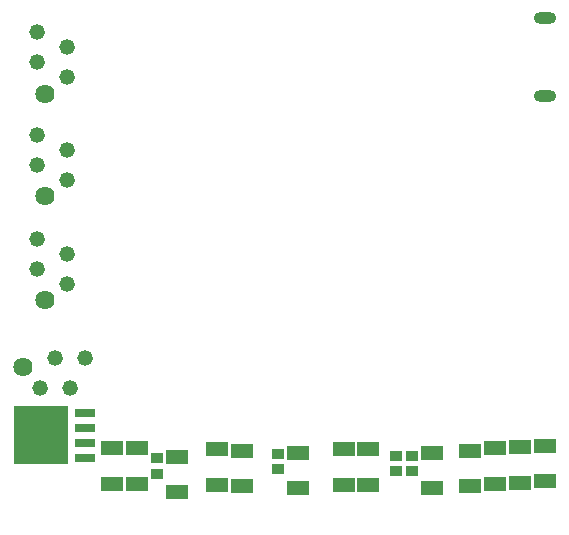
<source format=gbs>
G04*
G04 #@! TF.GenerationSoftware,Altium Limited,Altium Designer,21.9.2 (33)*
G04*
G04 Layer_Color=16711935*
%FSLAX23Y23*%
%MOIN*%
G70*
G04*
G04 #@! TF.SameCoordinates,057B0E17-ACE6-4E06-8752-021C102DDC49*
G04*
G04*
G04 #@! TF.FilePolarity,Negative*
G04*
G01*
G75*
%ADD55R,0.039X0.037*%
%ADD57R,0.075X0.049*%
%ADD61C,0.004*%
%ADD62O,0.075X0.039*%
%ADD63C,0.024*%
%ADD81C,0.052*%
%ADD83R,0.068X0.028*%
%ADD84R,0.184X0.193*%
%ADD85C,0.064*%
D55*
X1280Y317D02*
D03*
Y266D02*
D03*
X484Y309D02*
D03*
Y258D02*
D03*
X886Y323D02*
D03*
Y272D02*
D03*
X1335Y317D02*
D03*
Y266D02*
D03*
D57*
X1693Y228D02*
D03*
Y346D02*
D03*
X1776Y232D02*
D03*
Y350D02*
D03*
X335Y224D02*
D03*
Y343D02*
D03*
X417Y224D02*
D03*
Y343D02*
D03*
X685Y220D02*
D03*
Y339D02*
D03*
X768Y217D02*
D03*
Y335D02*
D03*
X1402Y209D02*
D03*
Y327D02*
D03*
X1528Y217D02*
D03*
Y335D02*
D03*
X1189Y220D02*
D03*
Y339D02*
D03*
X1106Y220D02*
D03*
Y339D02*
D03*
X551Y315D02*
D03*
Y197D02*
D03*
X953Y327D02*
D03*
Y209D02*
D03*
X1610Y224D02*
D03*
Y343D02*
D03*
D61*
X1709Y98D02*
D03*
X409Y1736D02*
D03*
D62*
X1776Y1776D02*
D03*
Y1516D02*
D03*
D63*
Y1776D02*
D03*
Y1516D02*
D03*
D81*
X83Y1041D02*
D03*
X183Y991D02*
D03*
X83Y941D02*
D03*
X183Y891D02*
D03*
X83Y1387D02*
D03*
X183Y1337D02*
D03*
X83Y1287D02*
D03*
X183Y1237D02*
D03*
X83Y1730D02*
D03*
X183Y1680D02*
D03*
X83Y1630D02*
D03*
X183Y1580D02*
D03*
X244Y643D02*
D03*
X194Y543D02*
D03*
X144Y643D02*
D03*
X94Y543D02*
D03*
D83*
X244Y311D02*
D03*
Y361D02*
D03*
Y411D02*
D03*
Y461D02*
D03*
D84*
X98Y386D02*
D03*
D85*
X112Y836D02*
D03*
Y1182D02*
D03*
Y1525D02*
D03*
X39Y614D02*
D03*
M02*

</source>
